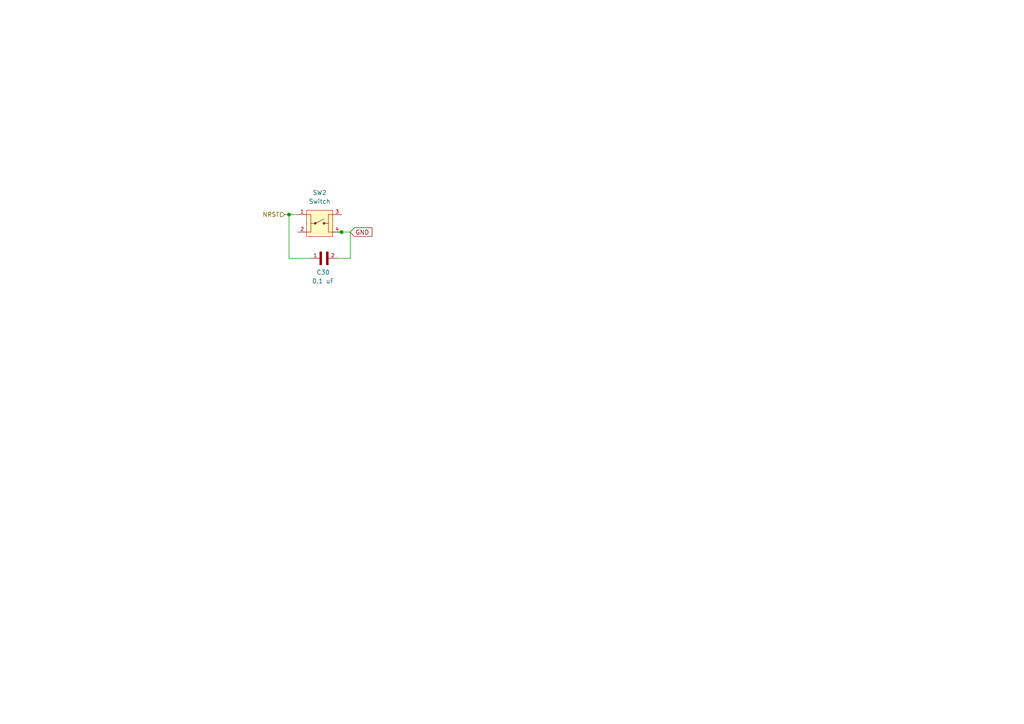
<source format=kicad_sch>
(kicad_sch (version 20250114) (generator "eeschema") (generator_version "9.0")
  (paper "A4")
  (lib_symbols
    (symbol "10uF_Capacitor_GRM188R61C106MAALD:GRM188R61C106MAALD" (pin_names (offset 1.016))
      (property "Reference" "C" (at 0 3.8109 0))
      (property "Value" "GRM188R61C106MAALD" (at 0 -5.0885 0))
      (symbol "GRM188R61C106MAALD_0_0"
        (rectangle (start 0 -1.9069) (end 0.635 1.905) (stroke (width 0.1)) (fill (type outline)))
        (rectangle (start 1.9069 -1.9069) (end 2.54 1.905) (stroke (width 0.1)) (fill (type outline)))
        (pin passive line (at -2.54 0 0) (length 2.54) (name "~") (number "1"))
        (pin passive line (at 5.08 0 180) (length 2.54) (name "~") (number "2"))
      )
    )
    (symbol "Switch_4-1437565-2:4-1437565-2" (pin_names (offset 1.016))
      (property "Reference" "SW" (at -4.0664 4.3205 0))
      (property "Value" "4-1437565-2" (at -4.5797 -6.1062 0))
      (symbol "4-1437565-2_0_0"
        (polyline (pts (xy -3.81 2.54) (xy -2.54 2.54)) (stroke (width 0.127)))
        (rectangle (start -3.81 -3.81) (end 3.81 3.81) (stroke (width 0.127)) (fill (type background)))
        (polyline (pts (xy -2.54 2.54) (xy -2.54 -2.54)) (stroke (width 0.127)))
        (polyline (pts (xy -2.54 0) (xy -1.27 0)) (stroke (width 0.127)))
        (polyline (pts (xy -2.54 -2.54) (xy -3.81 -2.54)) (stroke (width 0.127)))
        (circle (center -1.27 0) (radius 0.254) (stroke (width 0.2159)))
        (polyline (pts (xy -1.27 0) (xy 1.27 1.27)) (stroke (width 0.127)))
        (polyline (pts (xy 1.27 0) (xy 2.54 0)) (stroke (width 0.127)))
        (circle (center 1.27 0) (radius 0.254) (stroke (width 0.2159)))
        (polyline (pts (xy 2.54 2.54) (xy 2.54 -2.54)) (stroke (width 0.127)))
        (polyline (pts (xy 2.54 -2.54) (xy 3.81 -2.54)) (stroke (width 0.127)))
        (polyline (pts (xy 3.81 2.54) (xy 2.54 2.54)) (stroke (width 0.127)))
        (pin passive line (at -6.35 2.54 0) (length 2.54) (name "~") (number "1"))
        (pin passive line (at -6.35 -2.54 0) (length 2.54) (name "~") (number "2"))
        (pin passive line (at 6.35 2.54 180) (length 2.54) (name "~") (number "3"))
        (pin passive line (at 6.35 -2.54 180) (length 2.54) (name "~") (number "4"))
      )
    )
  )
  (junction (at 83.82 62.23))
  (junction (at 99.06 67.31))
  (wire (pts (xy 83.82 62.23) (xy 83.82 74.93)))
  (wire (pts (xy 96.52 67.31) (xy 99.06 67.31)))
  (wire (pts (xy 83.82 74.93) (xy 90.17 74.93)))
  (wire (pts (xy 82.55 62.23) (xy 83.82 62.23)))
  (wire (pts (xy 97.79 74.93) (xy 101.6 74.93)))
  (wire (pts (xy 83.82 62.23) (xy 86.36 62.23)))
  (wire (pts (xy 101.6 74.93) (xy 101.6 67.31)))
  (wire (pts (xy 99.06 67.31) (xy 101.6 67.31)))
  (global_label "GND" (shape input) (at 101.6 67.31 0) (property "Intersheetrefs" "${INTERSHEET_REFS}" (effects (hide yes))))
  (hierarchical_label " NRST" (shape input) (at 82.55 62.23 180))
  (symbol (lib_id "10uF_Capacitor_GRM188R61C106MAALD:GRM188R61C106MAALD") (at 92.71 74.93 0) (unit 1)
    (property "Reference" "C30" (at 93.726 78.994 0))
    (property "Value" "0.1 uF" (at 93.726 81.534 0))
    (property "Footprint" "0.1µFCapacitor_footprints:CAP_0402_N_WAL-L" (effects (hide yes)))
  )
  (symbol (lib_id "Switch_4-1437565-2:4-1437565-2") (at 92.71 64.77 0) (unit 1)
    (property "Reference" "SW2" (at 92.71 55.88 0))
    (property "Value" "Switch" (at 92.71 58.42 0))
    (property "Footprint" "Switch_FSM4JSMATR_footprint:SW_4-1437565-2" (effects (hide yes)))
    (property "PARTREV" "V" (effects (hide yes)))
    (property "STANDARD" "Manufacturer Recommendations" (effects (hide yes)))
    (property "MANUFACTURER" "TE Connectivity ALCOSWITCH Switches" (effects (hide yes)))
  )
)
</source>
